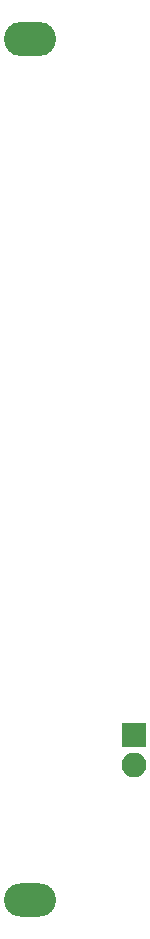
<source format=gbs>
G04 #@! TF.FileFunction,Soldermask,Bot*
%FSLAX46Y46*%
G04 Gerber Fmt 4.6, Leading zero omitted, Abs format (unit mm)*
G04 Created by KiCad (PCBNEW 4.0.2-stable) date 05.07.2017 20:44:56*
%MOMM*%
G01*
G04 APERTURE LIST*
%ADD10C,0.100000*%
%ADD11O,4.400000X2.800000*%
%ADD12O,4.400000X2.900000*%
%ADD13R,2.100000X2.100000*%
%ADD14O,2.100000X2.100000*%
G04 APERTURE END LIST*
D10*
D11*
X179832000Y-121413000D03*
D12*
X179832000Y-48513000D03*
D13*
X188658500Y-107442000D03*
D14*
X188658500Y-109982000D03*
M02*

</source>
